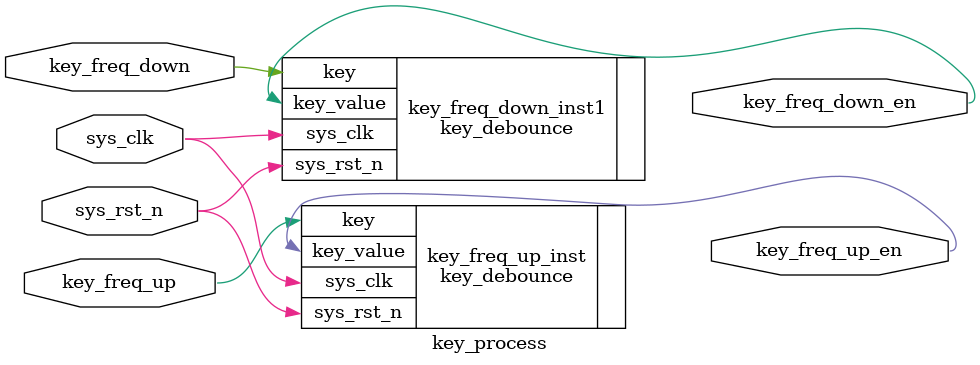
<source format=v>
module key_process (
input      sys_clk,
input      sys_rst_n,

input      key_freq_up,       //key4
input      key_freq_down,     //key1

output     key_freq_up_en,
output     key_freq_down_en
);


key_debounce   key_freq_up_inst(
    .sys_clk             (sys_clk),                
    .sys_rst_n           (sys_rst_n),              
    .key                 (key_freq_up),          
    
	.key_value           (key_freq_up_en) 
	);         
    
    
    key_debounce   key_freq_down_inst1(
    .sys_clk             (sys_clk),                
    .sys_rst_n           (sys_rst_n),              
    .key                 (key_freq_down),          
    
	.key_value           (key_freq_down_en)        
    );  
 endmodule
</source>
